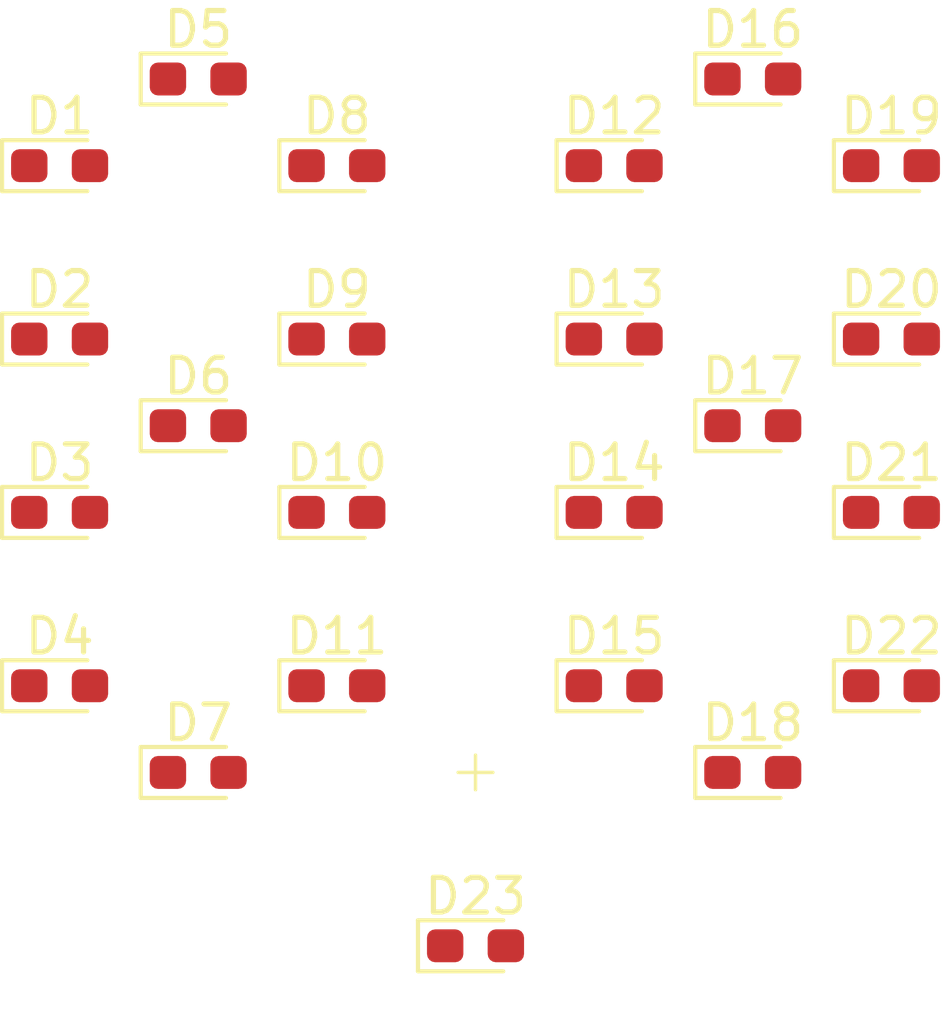
<source format=kicad_pcb>
(kicad_pcb (version 20241229) (generator "pcbnew") (generator_version "9.0")
  (title_block (title "LED Timer 2") (date "2025-10-08") (rev "0") (comment 1 "MEgli"))
  (layers (0 "F.Cu" signal) (2 "B.Cu" signal) (13 "F.Paste" user) (15 "B.Paste" user) (5 "F.SilkS" user "F.Silkscreen") (7 "B.SilkS" user "B.Silkscreen") (1 "F.Mask" user) (3 "B.Mask" user) (25 "Edge.Cuts" user))
  (net 0 "")
  (net 1 "Net-(D1-A)")
  (net 2 "Net-(D1-K)")
  (net 3 "Net-(D11-A)")
  (net 4 "Net-(D13-K)")
  (net 5 "Net-(D14-K)")
  (net 6 "Net-(D10-K)")
  (footprint "LED_SMD:LED_0603_1608Metric_Pad1.05x0.95mm_HandSolder" (layer "F.Cu") (at 158 100)
    (property "Reference" "D18" (at 0 -1.43 0) (layer "F.SilkS"))
    (property "Value" "LED")
    (fp_line (start -1.66 -0.735) (end -1.66 0.735) (stroke (width 0.12)) (layer "F.SilkS"))
    (fp_line (start -1.66 0.735) (end 0.8 0.735) (stroke (width 0.12)) (layer "F.SilkS"))
    (fp_line (start 0.8 -0.735) (end -1.66 -0.735) (stroke (width 0.12)) (layer "F.SilkS"))
    (pad "1" smd roundrect (at -0.875 0) (size 1.05 0.95) (layers "F.Cu" "F.Mask" "F.Paste") (net 3 "Net-(D11-A)"))
    (pad "2" smd roundrect (at 0.875 0) (size 1.05 0.95) (layers "F.Cu" "F.Mask" "F.Paste") (net 4 "Net-(D13-K)"))
  )
  (footprint "LED_SMD:LED_0603_1608Metric_Pad1.05x0.95mm_HandSolder" (layer "F.Cu") (at 142 90)
    (property "Reference" "D6" (at 0 -1.43 0) (layer "F.SilkS"))
    (property "Value" "LED")
    (fp_line (start -1.66 -0.735) (end -1.66 0.735) (stroke (width 0.12)) (layer "F.SilkS"))
    (fp_line (start -1.66 0.735) (end 0.8 0.735) (stroke (width 0.12)) (layer "F.SilkS"))
    (fp_line (start 0.8 -0.735) (end -1.66 -0.735) (stroke (width 0.12)) (layer "F.SilkS"))
    (pad "1" smd roundrect (at -0.875 0) (size 1.05 0.95) (layers "F.Cu" "F.Mask" "F.Paste") (net 1 "Net-(D1-A)"))
    (pad "2" smd roundrect (at 0.875 0) (size 1.05 0.95) (layers "F.Cu" "F.Mask" "F.Paste") (net 2 "Net-(D1-K)"))
  )
  (footprint "LED_SMD:LED_0603_1608Metric_Pad1.05x0.95mm_HandSolder" (layer "F.Cu") (at 154 87.5)
    (property "Reference" "D13" (at 0 -1.43 0) (layer "F.SilkS"))
    (property "Value" "LED")
    (fp_line (start -1.66 -0.735) (end -1.66 0.735) (stroke (width 0.12)) (layer "F.SilkS"))
    (fp_line (start -1.66 0.735) (end 0.8 0.735) (stroke (width 0.12)) (layer "F.SilkS"))
    (fp_line (start 0.8 -0.735) (end -1.66 -0.735) (stroke (width 0.12)) (layer "F.SilkS"))
    (pad "1" smd roundrect (at -0.875 0) (size 1.05 0.95) (layers "F.Cu" "F.Mask" "F.Paste") (net 4 "Net-(D13-K)"))
    (pad "2" smd roundrect (at 0.875 0) (size 1.05 0.95) (layers "F.Cu" "F.Mask" "F.Paste") (net 3 "Net-(D11-A)"))
  )
  (footprint "LED_SMD:LED_0603_1608Metric_Pad1.05x0.95mm_HandSolder" (layer "F.Cu") (at 154 92.5)
    (property "Reference" "D14" (at 0 -1.43 0) (layer "F.SilkS"))
    (property "Value" "LED")
    (fp_line (start -1.66 -0.735) (end -1.66 0.735) (stroke (width 0.12)) (layer "F.SilkS"))
    (fp_line (start -1.66 0.735) (end 0.8 0.735) (stroke (width 0.12)) (layer "F.SilkS"))
    (fp_line (start 0.8 -0.735) (end -1.66 -0.735) (stroke (width 0.12)) (layer "F.SilkS"))
    (pad "1" smd roundrect (at -0.875 0) (size 1.05 0.95) (layers "F.Cu" "F.Mask" "F.Paste") (net 5 "Net-(D14-K)"))
    (pad "2" smd roundrect (at 0.875 0) (size 1.05 0.95) (layers "F.Cu" "F.Mask" "F.Paste") (net 3 "Net-(D11-A)"))
  )
  (footprint "LED_SMD:LED_0603_1608Metric_Pad1.05x0.95mm_HandSolder" (layer "F.Cu") (at 138 82.5)
    (property "Reference" "D1" (at 0 -1.43 0) (layer "F.SilkS"))
    (property "Value" "LED")
    (fp_line (start -1.66 -0.735) (end -1.66 0.735) (stroke (width 0.12)) (layer "F.SilkS"))
    (fp_line (start -1.66 0.735) (end 0.8 0.735) (stroke (width 0.12)) (layer "F.SilkS"))
    (fp_line (start 0.8 -0.735) (end -1.66 -0.735) (stroke (width 0.12)) (layer "F.SilkS"))
    (pad "1" smd roundrect (at -0.875 0) (size 1.05 0.95) (layers "F.Cu" "F.Mask" "F.Paste") (net 2 "Net-(D1-K)"))
    (pad "2" smd roundrect (at 0.875 0) (size 1.05 0.95) (layers "F.Cu" "F.Mask" "F.Paste") (net 1 "Net-(D1-A)"))
  )
  (footprint "LED_SMD:LED_0603_1608Metric_Pad1.05x0.95mm_HandSolder" (layer "F.Cu") (at 162 82.5)
    (property "Reference" "D19" (at 0 -1.43 0) (layer "F.SilkS"))
    (property "Value" "LED")
    (fp_line (start -1.66 -0.735) (end -1.66 0.735) (stroke (width 0.12)) (layer "F.SilkS"))
    (fp_line (start -1.66 0.735) (end 0.8 0.735) (stroke (width 0.12)) (layer "F.SilkS"))
    (fp_line (start 0.8 -0.735) (end -1.66 -0.735) (stroke (width 0.12)) (layer "F.SilkS"))
    (pad "1" smd roundrect (at -0.875 0) (size 1.05 0.95) (layers "F.Cu" "F.Mask" "F.Paste") (net 5 "Net-(D14-K)"))
    (pad "2" smd roundrect (at 0.875 0) (size 1.05 0.95) (layers "F.Cu" "F.Mask" "F.Paste") (net 4 "Net-(D13-K)"))
  )
  (footprint "LED_SMD:LED_0603_1608Metric_Pad1.05x0.95mm_HandSolder" (layer "F.Cu") (at 150 105)
    (property "Reference" "D23" (at 0 -1.43 0) (layer "F.SilkS"))
    (property "Value" "LED")
    (fp_line (start -1.66 -0.735) (end -1.66 0.735) (stroke (width 0.12)) (layer "F.SilkS"))
    (fp_line (start -1.66 0.735) (end 0.8 0.735) (stroke (width 0.12)) (layer "F.SilkS"))
    (fp_line (start 0.8 -0.735) (end -1.66 -0.735) (stroke (width 0.12)) (layer "F.SilkS"))
    (pad "1" smd roundrect (at -0.875 0) (size 1.05 0.95) (layers "F.Cu" "F.Mask" "F.Paste") (net 3 "Net-(D11-A)"))
    (pad "2" smd roundrect (at 0.875 0) (size 1.05 0.95) (layers "F.Cu" "F.Mask" "F.Paste") (net 5 "Net-(D14-K)"))
  )
  (footprint "LED_SMD:LED_0603_1608Metric_Pad1.05x0.95mm_HandSolder" (layer "F.Cu") (at 146 97.5)
    (property "Reference" "D11" (at 0 -1.43 0) (layer "F.SilkS"))
    (property "Value" "LED")
    (fp_line (start -1.66 -0.735) (end -1.66 0.735) (stroke (width 0.12)) (layer "F.SilkS"))
    (fp_line (start -1.66 0.735) (end 0.8 0.735) (stroke (width 0.12)) (layer "F.SilkS"))
    (fp_line (start 0.8 -0.735) (end -1.66 -0.735) (stroke (width 0.12)) (layer "F.SilkS"))
    (pad "1" smd roundrect (at -0.875 0) (size 1.05 0.95) (layers "F.Cu" "F.Mask" "F.Paste") (net 1 "Net-(D1-A)"))
    (pad "2" smd roundrect (at 0.875 0) (size 1.05 0.95) (layers "F.Cu" "F.Mask" "F.Paste") (net 3 "Net-(D11-A)"))
  )
  (footprint "LED_SMD:LED_0603_1608Metric_Pad1.05x0.95mm_HandSolder" (layer "F.Cu") (at 158 90)
    (property "Reference" "D17" (at 0 -1.43 0) (layer "F.SilkS"))
    (property "Value" "LED")
    (fp_line (start -1.66 -0.735) (end -1.66 0.735) (stroke (width 0.12)) (layer "F.SilkS"))
    (fp_line (start -1.66 0.735) (end 0.8 0.735) (stroke (width 0.12)) (layer "F.SilkS"))
    (fp_line (start 0.8 -0.735) (end -1.66 -0.735) (stroke (width 0.12)) (layer "F.SilkS"))
    (pad "1" smd roundrect (at -0.875 0) (size 1.05 0.95) (layers "F.Cu" "F.Mask" "F.Paste") (net 2 "Net-(D1-K)"))
    (pad "2" smd roundrect (at 0.875 0) (size 1.05 0.95) (layers "F.Cu" "F.Mask" "F.Paste") (net 4 "Net-(D13-K)"))
  )
  (footprint "LED_SMD:LED_0603_1608Metric_Pad1.05x0.95mm_HandSolder" (layer "F.Cu") (at 158 80)
    (property "Reference" "D16" (at 0 -1.43 0) (layer "F.SilkS"))
    (property "Value" "LED")
    (fp_line (start -1.66 -0.735) (end -1.66 0.735) (stroke (width 0.12)) (layer "F.SilkS"))
    (fp_line (start -1.66 0.735) (end 0.8 0.735) (stroke (width 0.12)) (layer "F.SilkS"))
    (fp_line (start 0.8 -0.735) (end -1.66 -0.735) (stroke (width 0.12)) (layer "F.SilkS"))
    (pad "1" smd roundrect (at -0.875 0) (size 1.05 0.95) (layers "F.Cu" "F.Mask" "F.Paste") (net 1 "Net-(D1-A)"))
    (pad "2" smd roundrect (at 0.875 0) (size 1.05 0.95) (layers "F.Cu" "F.Mask" "F.Paste") (net 4 "Net-(D13-K)"))
  )
  (footprint "LED_SMD:LED_0603_1608Metric_Pad1.05x0.95mm_HandSolder" (layer "F.Cu") (at 146 82.5)
    (property "Reference" "D8" (at 0 -1.43 0) (layer "F.SilkS"))
    (property "Value" "LED")
    (fp_line (start -1.66 -0.735) (end -1.66 0.735) (stroke (width 0.12)) (layer "F.SilkS"))
    (fp_line (start -1.66 0.735) (end 0.8 0.735) (stroke (width 0.12)) (layer "F.SilkS"))
    (fp_line (start 0.8 -0.735) (end -1.66 -0.735) (stroke (width 0.12)) (layer "F.SilkS"))
    (pad "1" smd roundrect (at -0.875 0) (size 1.05 0.95) (layers "F.Cu" "F.Mask" "F.Paste") (net 4 "Net-(D13-K)"))
    (pad "2" smd roundrect (at 0.875 0) (size 1.05 0.95) (layers "F.Cu" "F.Mask" "F.Paste") (net 2 "Net-(D1-K)"))
  )
  (footprint "LED_SMD:LED_0603_1608Metric_Pad1.05x0.95mm_HandSolder" (layer "F.Cu") (at 138 92.5)
    (property "Reference" "D3" (at 0 -1.43 0) (layer "F.SilkS"))
    (property "Value" "LED")
    (fp_line (start -1.66 -0.735) (end -1.66 0.735) (stroke (width 0.12)) (layer "F.SilkS"))
    (fp_line (start -1.66 0.735) (end 0.8 0.735) (stroke (width 0.12)) (layer "F.SilkS"))
    (fp_line (start 0.8 -0.735) (end -1.66 -0.735) (stroke (width 0.12)) (layer "F.SilkS"))
    (pad "1" smd roundrect (at -0.875 0) (size 1.05 0.95) (layers "F.Cu" "F.Mask" "F.Paste") (net 4 "Net-(D13-K)"))
    (pad "2" smd roundrect (at 0.875 0) (size 1.05 0.95) (layers "F.Cu" "F.Mask" "F.Paste") (net 1 "Net-(D1-A)"))
  )
  (footprint "LED_SMD:LED_0603_1608Metric_Pad1.05x0.95mm_HandSolder" (layer "F.Cu") (at 162 97.5)
    (property "Reference" "D22" (at 0 -1.43 0) (layer "F.SilkS"))
    (property "Value" "LED")
    (fp_line (start -1.66 -0.735) (end -1.66 0.735) (stroke (width 0.12)) (layer "F.SilkS"))
    (fp_line (start -1.66 0.735) (end 0.8 0.735) (stroke (width 0.12)) (layer "F.SilkS"))
    (fp_line (start 0.8 -0.735) (end -1.66 -0.735) (stroke (width 0.12)) (layer "F.SilkS"))
    (pad "1" smd roundrect (at -0.875 0) (size 1.05 0.95) (layers "F.Cu" "F.Mask" "F.Paste") (net 2 "Net-(D1-K)"))
    (pad "2" smd roundrect (at 0.875 0) (size 1.05 0.95) (layers "F.Cu" "F.Mask" "F.Paste") (net 5 "Net-(D14-K)"))
  )
  (footprint "LED_SMD:LED_0603_1608Metric_Pad1.05x0.95mm_HandSolder" (layer "F.Cu") (at 162 92.5)
    (property "Reference" "D21" (at 0 -1.43 0) (layer "F.SilkS"))
    (property "Value" "LED")
    (fp_line (start -1.66 -0.735) (end -1.66 0.735) (stroke (width 0.12)) (layer "F.SilkS"))
    (fp_line (start -1.66 0.735) (end 0.8 0.735) (stroke (width 0.12)) (layer "F.SilkS"))
    (fp_line (start 0.8 -0.735) (end -1.66 -0.735) (stroke (width 0.12)) (layer "F.SilkS"))
    (pad "1" smd roundrect (at -0.875 0) (size 1.05 0.95) (layers "F.Cu" "F.Mask" "F.Paste") (net 1 "Net-(D1-A)"))
    (pad "2" smd roundrect (at 0.875 0) (size 1.05 0.95) (layers "F.Cu" "F.Mask" "F.Paste") (net 5 "Net-(D14-K)"))
  )
  (footprint "LED_SMD:LED_0603_1608Metric_Pad1.05x0.95mm_HandSolder" (layer "F.Cu") (at 138 97.5)
    (property "Reference" "D4" (at 0 -1.43 0) (layer "F.SilkS"))
    (property "Value" "LED")
    (fp_line (start -1.66 -0.735) (end -1.66 0.735) (stroke (width 0.12)) (layer "F.SilkS"))
    (fp_line (start -1.66 0.735) (end 0.8 0.735) (stroke (width 0.12)) (layer "F.SilkS"))
    (fp_line (start 0.8 -0.735) (end -1.66 -0.735) (stroke (width 0.12)) (layer "F.SilkS"))
    (pad "1" smd roundrect (at -0.875 0) (size 1.05 0.95) (layers "F.Cu" "F.Mask" "F.Paste") (net 5 "Net-(D14-K)"))
    (pad "2" smd roundrect (at 0.875 0) (size 1.05 0.95) (layers "F.Cu" "F.Mask" "F.Paste") (net 1 "Net-(D1-A)"))
  )
  (footprint "LED_SMD:LED_0603_1608Metric_Pad1.05x0.95mm_HandSolder" (layer "F.Cu") (at 162 87.5)
    (property "Reference" "D20" (at 0 -1.43 0) (layer "F.SilkS"))
    (property "Value" "LED")
    (fp_line (start -1.66 -0.735) (end -1.66 0.735) (stroke (width 0.12)) (layer "F.SilkS"))
    (fp_line (start -1.66 0.735) (end 0.8 0.735) (stroke (width 0.12)) (layer "F.SilkS"))
    (fp_line (start 0.8 -0.735) (end -1.66 -0.735) (stroke (width 0.12)) (layer "F.SilkS"))
    (pad "1" smd roundrect (at -0.875 0) (size 1.05 0.95) (layers "F.Cu" "F.Mask" "F.Paste") (net 6 "Net-(D10-K)"))
    (pad "2" smd roundrect (at 0.875 0) (size 1.05 0.95) (layers "F.Cu" "F.Mask" "F.Paste") (net 4 "Net-(D13-K)"))
  )
  (footprint "LED_SMD:LED_0603_1608Metric_Pad1.05x0.95mm_HandSolder" (layer "F.Cu") (at 142 100)
    (property "Reference" "D7" (at 0 -1.43 0) (layer "F.SilkS"))
    (property "Value" "LED")
    (fp_line (start -1.66 -0.735) (end -1.66 0.735) (stroke (width 0.12)) (layer "F.SilkS"))
    (fp_line (start -1.66 0.735) (end 0.8 0.735) (stroke (width 0.12)) (layer "F.SilkS"))
    (fp_line (start 0.8 -0.735) (end -1.66 -0.735) (stroke (width 0.12)) (layer "F.SilkS"))
    (pad "1" smd roundrect (at -0.875 0) (size 1.05 0.95) (layers "F.Cu" "F.Mask" "F.Paste") (net 3 "Net-(D11-A)"))
    (pad "2" smd roundrect (at 0.875 0) (size 1.05 0.95) (layers "F.Cu" "F.Mask" "F.Paste") (net 2 "Net-(D1-K)"))
  )
  (footprint "LED_SMD:LED_0603_1608Metric_Pad1.05x0.95mm_HandSolder" (layer "F.Cu") (at 154 82.5)
    (property "Reference" "D12" (at 0 -1.43 0) (layer "F.SilkS"))
    (property "Value" "LED")
    (fp_line (start -1.66 -0.735) (end -1.66 0.735) (stroke (width 0.12)) (layer "F.SilkS"))
    (fp_line (start -1.66 0.735) (end 0.8 0.735) (stroke (width 0.12)) (layer "F.SilkS"))
    (fp_line (start 0.8 -0.735) (end -1.66 -0.735) (stroke (width 0.12)) (layer "F.SilkS"))
    (pad "1" smd roundrect (at -0.875 0) (size 1.05 0.95) (layers "F.Cu" "F.Mask" "F.Paste") (net 2 "Net-(D1-K)"))
    (pad "2" smd roundrect (at 0.875 0) (size 1.05 0.95) (layers "F.Cu" "F.Mask" "F.Paste") (net 3 "Net-(D11-A)"))
  )
  (footprint "LED_SMD:LED_0603_1608Metric_Pad1.05x0.95mm_HandSolder" (layer "F.Cu") (at 146 92.5)
    (property "Reference" "D10" (at 0 -1.43 0) (layer "F.SilkS"))
    (property "Value" "LED")
    (fp_line (start -1.66 -0.735) (end -1.66 0.735) (stroke (width 0.12)) (layer "F.SilkS"))
    (fp_line (start -1.66 0.735) (end 0.8 0.735) (stroke (width 0.12)) (layer "F.SilkS"))
    (fp_line (start 0.8 -0.735) (end -1.66 -0.735) (stroke (width 0.12)) (layer "F.SilkS"))
    (pad "1" smd roundrect (at -0.875 0) (size 1.05 0.95) (layers "F.Cu" "F.Mask" "F.Paste") (net 6 "Net-(D10-K)"))
    (pad "2" smd roundrect (at 0.875 0) (size 1.05 0.95) (layers "F.Cu" "F.Mask" "F.Paste") (net 2 "Net-(D1-K)"))
  )
  (footprint "LED_SMD:LED_0603_1608Metric_Pad1.05x0.95mm_HandSolder" (layer "F.Cu") (at 138 87.5)
    (property "Reference" "D2" (at 0 -1.43 0) (layer "F.SilkS"))
    (property "Value" "LED")
    (fp_line (start -1.66 -0.735) (end -1.66 0.735) (stroke (width 0.12)) (layer "F.SilkS"))
    (fp_line (start -1.66 0.735) (end 0.8 0.735) (stroke (width 0.12)) (layer "F.SilkS"))
    (fp_line (start 0.8 -0.735) (end -1.66 -0.735) (stroke (width 0.12)) (layer "F.SilkS"))
    (pad "1" smd roundrect (at -0.875 0) (size 1.05 0.95) (layers "F.Cu" "F.Mask" "F.Paste") (net 3 "Net-(D11-A)"))
    (pad "2" smd roundrect (at 0.875 0) (size 1.05 0.95) (layers "F.Cu" "F.Mask" "F.Paste") (net 1 "Net-(D1-A)"))
  )
  (footprint "LED_SMD:LED_0603_1608Metric_Pad1.05x0.95mm_HandSolder" (layer "F.Cu") (at 142 80)
    (property "Reference" "D5" (at 0 -1.43 0) (layer "F.SilkS"))
    (property "Value" "LED")
    (fp_line (start -1.66 -0.735) (end -1.66 0.735) (stroke (width 0.12)) (layer "F.SilkS"))
    (fp_line (start -1.66 0.735) (end 0.8 0.735) (stroke (width 0.12)) (layer "F.SilkS"))
    (fp_line (start 0.8 -0.735) (end -1.66 -0.735) (stroke (width 0.12)) (layer "F.SilkS"))
    (pad "1" smd roundrect (at -0.875 0) (size 1.05 0.95) (layers "F.Cu" "F.Mask" "F.Paste") (net 6 "Net-(D10-K)"))
    (pad "2" smd roundrect (at 0.875 0) (size 1.05 0.95) (layers "F.Cu" "F.Mask" "F.Paste") (net 1 "Net-(D1-A)"))
  )
  (footprint "LED_SMD:LED_0603_1608Metric_Pad1.05x0.95mm_HandSolder" (layer "F.Cu") (at 154 97.5)
    (property "Reference" "D15" (at 0 -1.43 0) (layer "F.SilkS"))
    (property "Value" "LED")
    (fp_line (start -1.66 -0.735) (end -1.66 0.735) (stroke (width 0.12)) (layer "F.SilkS"))
    (fp_line (start -1.66 0.735) (end 0.8 0.735) (stroke (width 0.12)) (layer "F.SilkS"))
    (fp_line (start 0.8 -0.735) (end -1.66 -0.735) (stroke (width 0.12)) (layer "F.SilkS"))
    (pad "1" smd roundrect (at -0.875 0) (size 1.05 0.95) (layers "F.Cu" "F.Mask" "F.Paste") (net 6 "Net-(D10-K)"))
    (pad "2" smd roundrect (at 0.875 0) (size 1.05 0.95) (layers "F.Cu" "F.Mask" "F.Paste") (net 3 "Net-(D11-A)"))
  )
  (footprint "LED_SMD:LED_0603_1608Metric_Pad1.05x0.95mm_HandSolder" (layer "F.Cu") (at 146 87.5)
    (property "Reference" "D9" (at 0 -1.43 0) (layer "F.SilkS"))
    (property "Value" "LED")
    (fp_line (start -1.66 -0.735) (end -1.66 0.735) (stroke (width 0.12)) (layer "F.SilkS"))
    (fp_line (start -1.66 0.735) (end 0.8 0.735) (stroke (width 0.12)) (layer "F.SilkS"))
    (fp_line (start 0.8 -0.735) (end -1.66 -0.735) (stroke (width 0.12)) (layer "F.SilkS"))
    (pad "1" smd roundrect (at -0.875 0) (size 1.05 0.95) (layers "F.Cu" "F.Mask" "F.Paste") (net 5 "Net-(D14-K)"))
    (pad "2" smd roundrect (at 0.875 0) (size 1.05 0.95) (layers "F.Cu" "F.Mask" "F.Paste") (net 2 "Net-(D1-K)"))
  )
  (gr_line (start 149.5 100) (end 150.5 100) (stroke (width 0.1)) (layer "F.SilkS"))
  (gr_line (start 150 100.5) (end 150 99.5) (stroke (width 0.1)) (layer "F.SilkS"))
)
</source>
